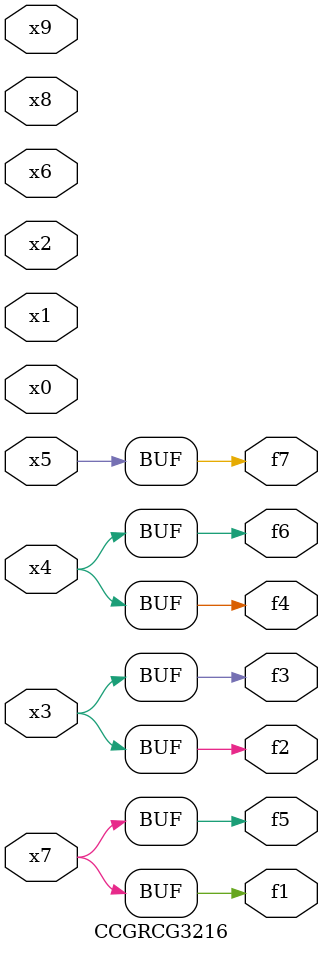
<source format=v>
module CCGRCG3216(
	input x0, x1, x2, x3, x4, x5, x6, x7, x8, x9,
	output f1, f2, f3, f4, f5, f6, f7
);
	assign f1 = x7;
	assign f2 = x3;
	assign f3 = x3;
	assign f4 = x4;
	assign f5 = x7;
	assign f6 = x4;
	assign f7 = x5;
endmodule

</source>
